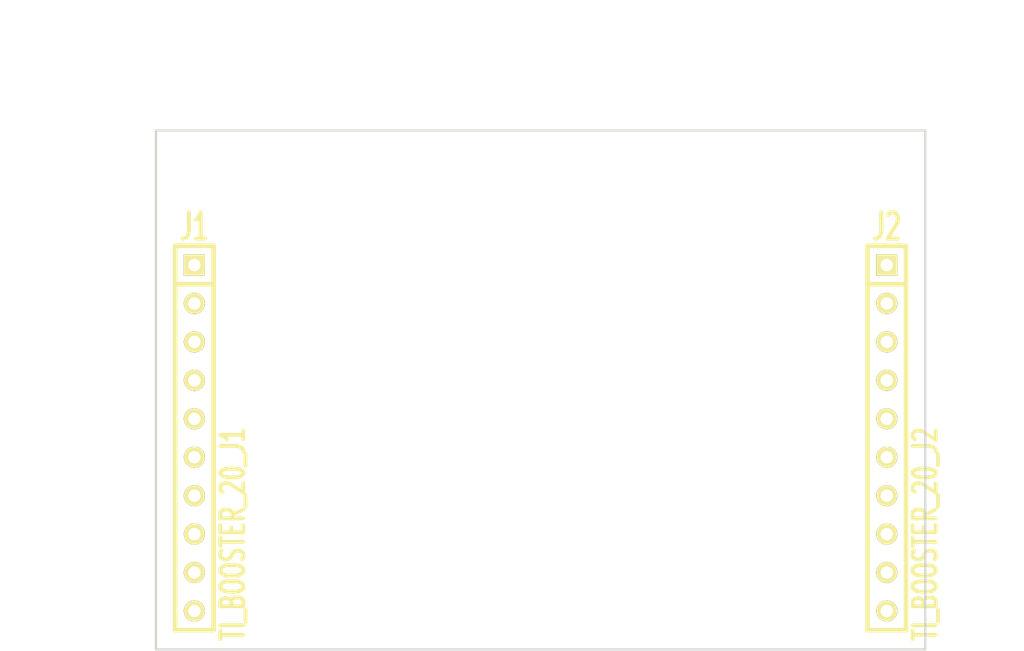
<source format=kicad_pcb>
(kicad_pcb (version 3) (host pcbnew "(2013-07-07 BZR 4022)-stable")

  (general
    (links 0)
    (no_connects 0)
    (area 172.984525 104.605002 242.305477 149.137511)
    (thickness 1.6)
    (drawings 7)
    (tracks 0)
    (zones 0)
    (modules 2)
    (nets 3)
  )

  (page A3)
  (layers
    (15 Front signal)
    (0 Back signal)
    (16 B.Adhes user)
    (17 F.Adhes user)
    (18 B.Paste user)
    (19 F.Paste user)
    (20 B.SilkS user)
    (21 F.SilkS user)
    (22 B.Mask user)
    (23 F.Mask user)
    (24 Dwgs.User user)
    (25 Cmts.User user)
    (26 Eco1.User user)
    (27 Eco2.User user)
    (28 Edge.Cuts user)
  )

  (setup
    (last_trace_width 0.254)
    (trace_clearance 0.254)
    (zone_clearance 0.508)
    (zone_45_only no)
    (trace_min 0.254)
    (segment_width 0.20066)
    (edge_width 0.14986)
    (via_size 0.889)
    (via_drill 0.635)
    (via_min_size 0.889)
    (via_min_drill 0.508)
    (uvia_size 0.508)
    (uvia_drill 0.127)
    (uvias_allowed no)
    (uvia_min_size 0.508)
    (uvia_min_drill 0.127)
    (pcb_text_width 0.3)
    (pcb_text_size 1 1)
    (mod_edge_width 0.14986)
    (mod_text_size 1 1)
    (mod_text_width 0.15)
    (pad_size 1 1)
    (pad_drill 0.6)
    (pad_to_mask_clearance 0)
    (aux_axis_origin 0 0)
    (visible_elements 7FFFFFFF)
    (pcbplotparams
      (layerselection 3178497)
      (usegerberextensions true)
      (excludeedgelayer true)
      (linewidth 0.150000)
      (plotframeref false)
      (viasonmask false)
      (mode 1)
      (useauxorigin false)
      (hpglpennumber 1)
      (hpglpenspeed 20)
      (hpglpendiameter 15)
      (hpglpenoverlay 2)
      (psnegative false)
      (psa4output false)
      (plotreference true)
      (plotvalue true)
      (plotothertext true)
      (plotinvisibletext false)
      (padsonsilk false)
      (subtractmaskfromsilk false)
      (outputformat 1)
      (mirror false)
      (drillshape 1)
      (scaleselection 1)
      (outputdirectory ""))
  )

  (net 0 "")
  (net 1 GND)
  (net 2 VCC)

  (net_class Default "This is the default net class."
    (clearance 0.254)
    (trace_width 0.254)
    (via_dia 0.889)
    (via_drill 0.635)
    (uvia_dia 0.508)
    (uvia_drill 0.127)
    (add_net "")
    (add_net GND)
    (add_net VCC)
  )

  (module SIL-10 (layer Front) (tedit 5230C816) (tstamp 5080DE37)
    (at 231.14 133.35 270)
    (descr "Connecteur 10 pins")
    (tags "CONN DEV")
    (path /5080DBF4)
    (fp_text reference J2 (at -13.97 0 360) (layer F.SilkS)
      (effects (font (size 1.72974 1.08712) (thickness 0.3048)))
    )
    (fp_text value TI_BOOSTER_20_J2 (at 6.35 -2.54 270) (layer F.SilkS)
      (effects (font (size 1.524 1.016) (thickness 0.254)))
    )
    (fp_line (start -12.7 1.27) (end -12.7 -1.27) (layer F.SilkS) (width 0.3048))
    (fp_line (start -12.7 -1.27) (end 12.7 -1.27) (layer F.SilkS) (width 0.3048))
    (fp_line (start 12.7 -1.27) (end 12.7 1.27) (layer F.SilkS) (width 0.3048))
    (fp_line (start 12.7 1.27) (end -12.7 1.27) (layer F.SilkS) (width 0.3048))
    (fp_line (start -10.16 1.27) (end -10.16 -1.27) (layer F.SilkS) (width 0.3048))
    (pad 1 thru_hole rect (at -11.43 0 270) (size 1.397 1.397) (drill 0.8128)
      (layers *.Cu *.Mask F.SilkS)
      (net 1 GND)
    )
    (pad 2 thru_hole circle (at -8.89 0 270) (size 1.397 1.397) (drill 0.8128)
      (layers *.Cu *.Mask F.SilkS)
    )
    (pad 3 thru_hole circle (at -6.35 0 270) (size 1.397 1.397) (drill 0.8128)
      (layers *.Cu *.Mask F.SilkS)
    )
    (pad 4 thru_hole circle (at -3.81 0 270) (size 1.397 1.397) (drill 0.8128)
      (layers *.Cu *.Mask F.SilkS)
    )
    (pad 5 thru_hole circle (at -1.27 0 270) (size 1.397 1.397) (drill 0.8128)
      (layers *.Cu *.Mask F.SilkS)
    )
    (pad 6 thru_hole circle (at 1.27 0 270) (size 1.397 1.397) (drill 0.8128)
      (layers *.Cu *.Mask F.SilkS)
    )
    (pad 7 thru_hole circle (at 3.81 0 270) (size 1.397 1.397) (drill 0.8128)
      (layers *.Cu *.Mask F.SilkS)
    )
    (pad 8 thru_hole circle (at 6.35 0 270) (size 1.397 1.397) (drill 0.8128)
      (layers *.Cu *.Mask F.SilkS)
    )
    (pad 9 thru_hole circle (at 8.89 0 270) (size 1.397 1.397) (drill 0.8128)
      (layers *.Cu *.Mask F.SilkS)
    )
    (pad 10 thru_hole circle (at 11.43 0 270) (size 1.397 1.397) (drill 0.8128)
      (layers *.Cu *.Mask F.SilkS)
    )
  )

  (module SIL-10 (layer Front) (tedit 5230C80F) (tstamp 5080AB8D)
    (at 185.42 133.35 270)
    (descr "Connecteur 10 pins")
    (tags "CONN DEV")
    (path /5080DB5C)
    (fp_text reference J1 (at -13.97 0 360) (layer F.SilkS)
      (effects (font (size 1.72974 1.08712) (thickness 0.3048)))
    )
    (fp_text value TI_BOOSTER_20_J1 (at 6.35 -2.54 270) (layer F.SilkS)
      (effects (font (size 1.524 1.016) (thickness 0.254)))
    )
    (fp_line (start -12.7 1.27) (end -12.7 -1.27) (layer F.SilkS) (width 0.3048))
    (fp_line (start -12.7 -1.27) (end 12.7 -1.27) (layer F.SilkS) (width 0.3048))
    (fp_line (start 12.7 -1.27) (end 12.7 1.27) (layer F.SilkS) (width 0.3048))
    (fp_line (start 12.7 1.27) (end -12.7 1.27) (layer F.SilkS) (width 0.3048))
    (fp_line (start -10.16 1.27) (end -10.16 -1.27) (layer F.SilkS) (width 0.3048))
    (pad 1 thru_hole rect (at -11.43 0 270) (size 1.397 1.397) (drill 0.8128)
      (layers *.Cu *.Mask F.SilkS)
      (net 2 VCC)
    )
    (pad 2 thru_hole circle (at -8.89 0 270) (size 1.397 1.397) (drill 0.8128)
      (layers *.Cu *.Mask F.SilkS)
    )
    (pad 3 thru_hole circle (at -6.35 0 270) (size 1.397 1.397) (drill 0.8128)
      (layers *.Cu *.Mask F.SilkS)
    )
    (pad 4 thru_hole circle (at -3.81 0 270) (size 1.397 1.397) (drill 0.8128)
      (layers *.Cu *.Mask F.SilkS)
    )
    (pad 5 thru_hole circle (at -1.27 0 270) (size 1.397 1.397) (drill 0.8128)
      (layers *.Cu *.Mask F.SilkS)
    )
    (pad 6 thru_hole circle (at 1.27 0 270) (size 1.397 1.397) (drill 0.8128)
      (layers *.Cu *.Mask F.SilkS)
    )
    (pad 7 thru_hole circle (at 3.81 0 270) (size 1.397 1.397) (drill 0.8128)
      (layers *.Cu *.Mask F.SilkS)
    )
    (pad 8 thru_hole circle (at 6.35 0 270) (size 1.397 1.397) (drill 0.8128)
      (layers *.Cu *.Mask F.SilkS)
    )
    (pad 9 thru_hole circle (at 8.89 0 270) (size 1.397 1.397) (drill 0.8128)
      (layers *.Cu *.Mask F.SilkS)
    )
    (pad 10 thru_hole circle (at 11.43 0 270) (size 1.397 1.397) (drill 0.8128)
      (layers *.Cu *.Mask F.SilkS)
    )
  )

  (dimension 34.29 (width 0.25) (layer Dwgs.User)
    (gr_text "1.3500 in" (at 176.800001 130.175 270) (layer Dwgs.User)
      (effects (font (size 1 1) (thickness 0.25)))
    )
    (feature1 (pts (xy 182.88 147.32) (xy 175.800001 147.32)))
    (feature2 (pts (xy 182.88 113.03) (xy 175.800001 113.03)))
    (crossbar (pts (xy 177.800001 113.03) (xy 177.800001 147.32)))
    (arrow1a (pts (xy 177.800001 147.32) (xy 177.213581 146.193497)))
    (arrow1b (pts (xy 177.800001 147.32) (xy 178.386421 146.193497)))
    (arrow2a (pts (xy 177.800001 113.03) (xy 177.213581 114.156503)))
    (arrow2b (pts (xy 177.800001 113.03) (xy 178.386421 114.156503)))
  )
  (dimension 8.89 (width 0.25) (layer Dwgs.User)
    (gr_text "0.3500 in" (at 238.49 117.475 90) (layer Dwgs.User)
      (effects (font (size 1 1) (thickness 0.25)))
    )
    (feature1 (pts (xy 231.14 113.03) (xy 239.49 113.03)))
    (feature2 (pts (xy 231.14 121.92) (xy 239.49 121.92)))
    (crossbar (pts (xy 237.49 121.92) (xy 237.49 113.03)))
    (arrow1a (pts (xy 237.49 113.03) (xy 238.07642 114.156503)))
    (arrow1b (pts (xy 237.49 113.03) (xy 236.90358 114.156503)))
    (arrow2a (pts (xy 237.49 121.92) (xy 238.07642 120.793497)))
    (arrow2b (pts (xy 237.49 121.92) (xy 236.90358 120.793497)))
  )
  (gr_line (start 233.68 147.32) (end 182.88 147.32) (angle 90) (layer Edge.Cuts) (width 0.15))
  (dimension 50.8 (width 0.25) (layer Dwgs.User)
    (gr_text "2.0000 in" (at 208.28 105.680002) (layer Dwgs.User)
      (effects (font (size 1 1) (thickness 0.25)))
    )
    (feature1 (pts (xy 233.68 113.03) (xy 233.68 104.680002)))
    (feature2 (pts (xy 182.88 113.03) (xy 182.88 104.680002)))
    (crossbar (pts (xy 182.88 106.680002) (xy 233.68 106.680002)))
    (arrow1a (pts (xy 233.68 106.680002) (xy 232.553497 107.266422)))
    (arrow1b (pts (xy 233.68 106.680002) (xy 232.553497 106.093582)))
    (arrow2a (pts (xy 182.88 106.680002) (xy 184.006503 107.266422)))
    (arrow2b (pts (xy 182.88 106.680002) (xy 184.006503 106.093582)))
  )
  (gr_line (start 182.88 147.32) (end 182.88 113.03) (angle 90) (layer Edge.Cuts) (width 0.14986))
  (gr_line (start 233.68 113.03) (end 233.68 147.32) (angle 90) (layer Edge.Cuts) (width 0.14986))
  (gr_line (start 182.88 113.03) (end 233.68 113.03) (angle 90) (layer Edge.Cuts) (width 0.15))

)

</source>
